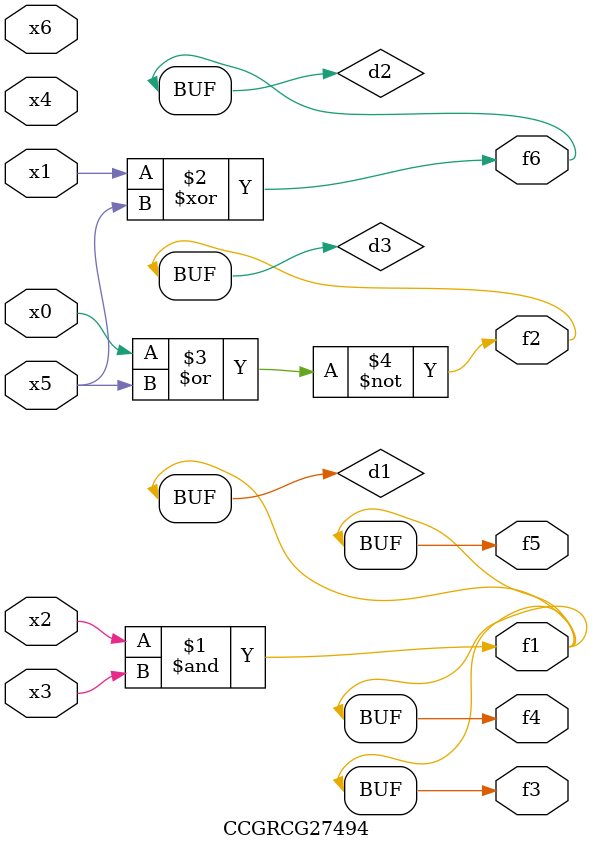
<source format=v>
module CCGRCG27494(
	input x0, x1, x2, x3, x4, x5, x6,
	output f1, f2, f3, f4, f5, f6
);

	wire d1, d2, d3;

	and (d1, x2, x3);
	xor (d2, x1, x5);
	nor (d3, x0, x5);
	assign f1 = d1;
	assign f2 = d3;
	assign f3 = d1;
	assign f4 = d1;
	assign f5 = d1;
	assign f6 = d2;
endmodule

</source>
